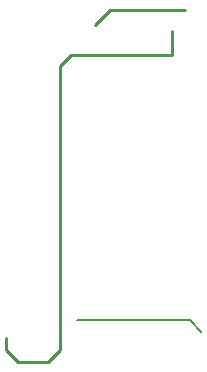
<source format=gko>
G75*
%MOIN*%
%OFA0B0*%
%FSLAX25Y25*%
%IPPOS*%
%LPD*%
%AMOC8*
5,1,8,0,0,1.08239X$1,22.5*
%
%ADD10C,0.01000*%
%ADD11C,0.00787*%
D10*
X0053756Y0018717D02*
X0053756Y0022654D01*
X0053756Y0018717D02*
X0057693Y0014780D01*
X0067535Y0014780D01*
X0071472Y0018717D01*
X0071472Y0113205D01*
X0075409Y0117142D01*
X0108874Y0117142D01*
X0108874Y0125016D01*
X0113283Y0132063D02*
X0088283Y0132063D01*
X0083283Y0127063D01*
D11*
X0077378Y0028559D02*
X0114780Y0028559D01*
X0118717Y0024622D01*
M02*

</source>
